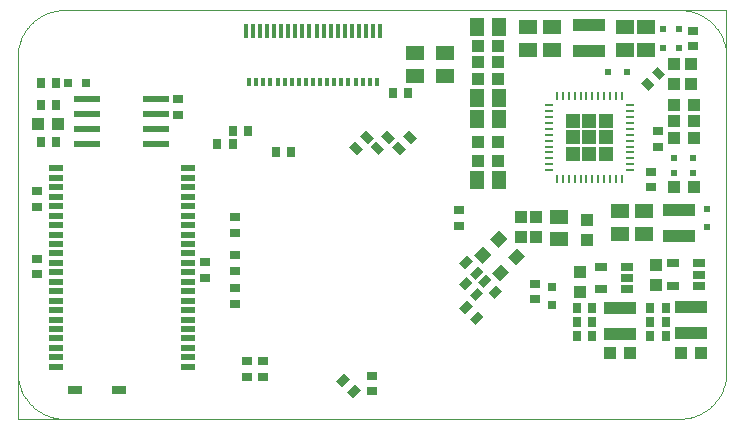
<source format=gtp>
G75*
%MOIN*%
%OFA0B0*%
%FSLAX25Y25*%
%IPPOS*%
%LPD*%
%AMOC8*
5,1,8,0,0,1.08239X$1,22.5*
%
%ADD10C,0.00000*%
%ADD11R,0.04724X0.01969*%
%ADD12R,0.02756X0.03543*%
%ADD13R,0.03543X0.02756*%
%ADD14R,0.04724X0.02756*%
%ADD15R,0.00787X0.03150*%
%ADD16R,0.03150X0.00787*%
%ADD17R,0.04528X0.04528*%
%ADD18R,0.10630X0.03937*%
%ADD19R,0.05906X0.05118*%
%ADD20R,0.02362X0.02362*%
%ADD21R,0.05118X0.05906*%
%ADD22R,0.04331X0.03937*%
%ADD23R,0.03937X0.04331*%
%ADD24R,0.01181X0.04921*%
%ADD25R,0.01181X0.02756*%
%ADD26R,0.08661X0.01969*%
%ADD27R,0.03150X0.03150*%
%ADD28R,0.03937X0.02756*%
D10*
X0006118Y0012146D02*
X0006118Y0026320D01*
X0006118Y0027894D02*
X0006118Y0133406D01*
X0006137Y0133787D01*
X0006166Y0134168D01*
X0006204Y0134547D01*
X0006251Y0134926D01*
X0006308Y0135303D01*
X0006374Y0135679D01*
X0006449Y0136053D01*
X0006533Y0136426D01*
X0006627Y0136796D01*
X0006729Y0137163D01*
X0006841Y0137528D01*
X0006961Y0137890D01*
X0007090Y0138249D01*
X0007228Y0138605D01*
X0007374Y0138957D01*
X0007530Y0139306D01*
X0007693Y0139651D01*
X0007865Y0139991D01*
X0008046Y0140328D01*
X0008234Y0140659D01*
X0008431Y0140986D01*
X0008635Y0141309D01*
X0008848Y0141626D01*
X0009068Y0141937D01*
X0009296Y0142243D01*
X0009531Y0142544D01*
X0009773Y0142839D01*
X0010023Y0143127D01*
X0010280Y0143410D01*
X0010543Y0143686D01*
X0010813Y0143955D01*
X0011090Y0144218D01*
X0011373Y0144474D01*
X0011662Y0144723D01*
X0011957Y0144965D01*
X0012258Y0145199D01*
X0012565Y0145426D01*
X0012877Y0145646D01*
X0013195Y0145858D01*
X0013517Y0146061D01*
X0013845Y0146257D01*
X0014177Y0146445D01*
X0014514Y0146625D01*
X0014854Y0146796D01*
X0015200Y0146959D01*
X0015549Y0147113D01*
X0015901Y0147259D01*
X0016257Y0147396D01*
X0016617Y0147525D01*
X0016979Y0147644D01*
X0017344Y0147755D01*
X0017712Y0147856D01*
X0018082Y0147949D01*
X0018455Y0148032D01*
X0018829Y0148106D01*
X0019205Y0148171D01*
X0019582Y0148227D01*
X0019961Y0148274D01*
X0020341Y0148311D01*
X0020722Y0148339D01*
X0021103Y0148358D01*
X0021484Y0148367D01*
X0021866Y0148367D01*
X0227378Y0148367D01*
X0228165Y0148367D02*
X0242339Y0148367D01*
X0242339Y0134194D01*
X0242339Y0132619D02*
X0242339Y0027107D01*
X0242338Y0027107D02*
X0242319Y0026726D01*
X0242290Y0026345D01*
X0242252Y0025966D01*
X0242205Y0025587D01*
X0242148Y0025210D01*
X0242082Y0024834D01*
X0242007Y0024460D01*
X0241923Y0024087D01*
X0241829Y0023717D01*
X0241727Y0023350D01*
X0241615Y0022985D01*
X0241495Y0022623D01*
X0241366Y0022264D01*
X0241228Y0021908D01*
X0241082Y0021556D01*
X0240926Y0021207D01*
X0240763Y0020862D01*
X0240591Y0020522D01*
X0240410Y0020185D01*
X0240222Y0019854D01*
X0240025Y0019527D01*
X0239821Y0019204D01*
X0239608Y0018887D01*
X0239388Y0018576D01*
X0239160Y0018270D01*
X0238925Y0017969D01*
X0238683Y0017674D01*
X0238433Y0017386D01*
X0238176Y0017103D01*
X0237913Y0016827D01*
X0237643Y0016558D01*
X0237366Y0016295D01*
X0237083Y0016039D01*
X0236794Y0015790D01*
X0236499Y0015548D01*
X0236198Y0015314D01*
X0235891Y0015087D01*
X0235579Y0014867D01*
X0235261Y0014655D01*
X0234939Y0014452D01*
X0234611Y0014256D01*
X0234279Y0014068D01*
X0233942Y0013888D01*
X0233602Y0013717D01*
X0233256Y0013554D01*
X0232907Y0013400D01*
X0232555Y0013254D01*
X0232199Y0013117D01*
X0231839Y0012988D01*
X0231477Y0012869D01*
X0231112Y0012758D01*
X0230744Y0012657D01*
X0230374Y0012564D01*
X0230001Y0012481D01*
X0229627Y0012407D01*
X0229251Y0012342D01*
X0228874Y0012286D01*
X0228495Y0012239D01*
X0228115Y0012202D01*
X0227734Y0012174D01*
X0227353Y0012155D01*
X0226972Y0012146D01*
X0226590Y0012146D01*
X0226591Y0012146D02*
X0021079Y0012146D01*
X0006118Y0012146D01*
X0021079Y0012147D02*
X0020698Y0012166D01*
X0020317Y0012195D01*
X0019938Y0012233D01*
X0019559Y0012280D01*
X0019182Y0012337D01*
X0018806Y0012403D01*
X0018432Y0012478D01*
X0018059Y0012562D01*
X0017689Y0012656D01*
X0017322Y0012758D01*
X0016957Y0012870D01*
X0016595Y0012990D01*
X0016236Y0013119D01*
X0015880Y0013257D01*
X0015528Y0013403D01*
X0015179Y0013559D01*
X0014834Y0013722D01*
X0014494Y0013894D01*
X0014157Y0014075D01*
X0013826Y0014263D01*
X0013499Y0014460D01*
X0013176Y0014664D01*
X0012859Y0014877D01*
X0012548Y0015097D01*
X0012242Y0015325D01*
X0011941Y0015560D01*
X0011646Y0015802D01*
X0011358Y0016052D01*
X0011075Y0016309D01*
X0010799Y0016572D01*
X0010530Y0016842D01*
X0010267Y0017119D01*
X0010011Y0017402D01*
X0009762Y0017691D01*
X0009520Y0017986D01*
X0009286Y0018287D01*
X0009059Y0018594D01*
X0008839Y0018906D01*
X0008627Y0019224D01*
X0008424Y0019546D01*
X0008228Y0019874D01*
X0008040Y0020206D01*
X0007860Y0020543D01*
X0007689Y0020883D01*
X0007526Y0021229D01*
X0007372Y0021578D01*
X0007226Y0021930D01*
X0007089Y0022286D01*
X0006960Y0022646D01*
X0006841Y0023008D01*
X0006730Y0023373D01*
X0006629Y0023741D01*
X0006536Y0024111D01*
X0006453Y0024484D01*
X0006379Y0024858D01*
X0006314Y0025234D01*
X0006258Y0025611D01*
X0006211Y0025990D01*
X0006174Y0026370D01*
X0006146Y0026751D01*
X0006127Y0027132D01*
X0006118Y0027513D01*
X0006118Y0027895D01*
X0227378Y0148367D02*
X0227759Y0148348D01*
X0228140Y0148319D01*
X0228519Y0148281D01*
X0228898Y0148234D01*
X0229275Y0148177D01*
X0229651Y0148111D01*
X0230025Y0148036D01*
X0230398Y0147952D01*
X0230768Y0147858D01*
X0231135Y0147756D01*
X0231500Y0147644D01*
X0231862Y0147524D01*
X0232221Y0147395D01*
X0232577Y0147257D01*
X0232929Y0147111D01*
X0233278Y0146955D01*
X0233623Y0146792D01*
X0233963Y0146620D01*
X0234300Y0146439D01*
X0234631Y0146251D01*
X0234958Y0146054D01*
X0235281Y0145850D01*
X0235598Y0145637D01*
X0235909Y0145417D01*
X0236215Y0145189D01*
X0236516Y0144954D01*
X0236811Y0144712D01*
X0237099Y0144462D01*
X0237382Y0144205D01*
X0237658Y0143942D01*
X0237927Y0143672D01*
X0238190Y0143395D01*
X0238446Y0143112D01*
X0238695Y0142823D01*
X0238937Y0142528D01*
X0239171Y0142227D01*
X0239398Y0141920D01*
X0239618Y0141608D01*
X0239830Y0141290D01*
X0240033Y0140968D01*
X0240229Y0140640D01*
X0240417Y0140308D01*
X0240597Y0139971D01*
X0240768Y0139631D01*
X0240931Y0139285D01*
X0241085Y0138936D01*
X0241231Y0138584D01*
X0241368Y0138228D01*
X0241497Y0137868D01*
X0241616Y0137506D01*
X0241727Y0137141D01*
X0241828Y0136773D01*
X0241921Y0136403D01*
X0242004Y0136030D01*
X0242078Y0135656D01*
X0242143Y0135280D01*
X0242199Y0134903D01*
X0242246Y0134524D01*
X0242283Y0134144D01*
X0242311Y0133763D01*
X0242330Y0133382D01*
X0242339Y0133001D01*
X0242339Y0132619D01*
D11*
X0062811Y0095611D03*
X0062811Y0092461D03*
X0062811Y0089312D03*
X0062811Y0086162D03*
X0062811Y0083012D03*
X0062811Y0079863D03*
X0062811Y0076713D03*
X0062811Y0073564D03*
X0062811Y0070414D03*
X0062811Y0067264D03*
X0062811Y0064115D03*
X0062811Y0060965D03*
X0062811Y0057816D03*
X0062811Y0054666D03*
X0062811Y0051516D03*
X0062811Y0048367D03*
X0062811Y0045217D03*
X0062811Y0042068D03*
X0062811Y0038918D03*
X0062811Y0035768D03*
X0062811Y0032619D03*
X0062811Y0029469D03*
X0018717Y0029469D03*
X0018717Y0032619D03*
X0018717Y0035768D03*
X0018717Y0038918D03*
X0018717Y0042068D03*
X0018717Y0045217D03*
X0018717Y0048367D03*
X0018717Y0051516D03*
X0018717Y0054666D03*
X0018717Y0057816D03*
X0018717Y0060965D03*
X0018717Y0064115D03*
X0018717Y0067264D03*
X0018717Y0070414D03*
X0018717Y0073564D03*
X0018717Y0076713D03*
X0018717Y0079863D03*
X0018717Y0083012D03*
X0018717Y0086162D03*
X0018717Y0089312D03*
X0018717Y0092461D03*
X0018717Y0095611D03*
D12*
X0018913Y0104272D03*
X0013795Y0104272D03*
X0013795Y0116871D03*
X0018913Y0116871D03*
X0018913Y0123957D03*
X0013795Y0123957D03*
X0072654Y0103682D03*
X0077772Y0103682D03*
X0077772Y0108012D03*
X0082890Y0108012D03*
X0092142Y0101123D03*
X0097260Y0101123D03*
G36*
X0121102Y0102186D02*
X0119153Y0100237D01*
X0116650Y0102740D01*
X0118599Y0104689D01*
X0121102Y0102186D01*
G37*
G36*
X0124721Y0105805D02*
X0122772Y0103856D01*
X0120269Y0106359D01*
X0122218Y0108308D01*
X0124721Y0105805D01*
G37*
G36*
X0128188Y0102186D02*
X0126239Y0100237D01*
X0123736Y0102740D01*
X0125685Y0104689D01*
X0128188Y0102186D01*
G37*
G36*
X0131807Y0105805D02*
X0129858Y0103856D01*
X0127355Y0106359D01*
X0129304Y0108308D01*
X0131807Y0105805D01*
G37*
G36*
X0135472Y0102186D02*
X0133523Y0100237D01*
X0131020Y0102740D01*
X0132969Y0104689D01*
X0135472Y0102186D01*
G37*
G36*
X0139091Y0105805D02*
X0137142Y0103856D01*
X0134639Y0106359D01*
X0136588Y0108308D01*
X0139091Y0105805D01*
G37*
X0136236Y0120808D03*
X0131118Y0120808D03*
G36*
X0213894Y0124000D02*
X0215843Y0125949D01*
X0218346Y0123446D01*
X0216397Y0121497D01*
X0213894Y0124000D01*
G37*
G36*
X0217513Y0127619D02*
X0219462Y0129568D01*
X0221965Y0127065D01*
X0220016Y0125116D01*
X0217513Y0127619D01*
G37*
G36*
X0155213Y0062124D02*
X0153264Y0064073D01*
X0155767Y0066576D01*
X0157716Y0064627D01*
X0155213Y0062124D01*
G37*
G36*
X0158832Y0058504D02*
X0156883Y0060453D01*
X0159386Y0062956D01*
X0161335Y0061007D01*
X0158832Y0058504D01*
G37*
G36*
X0162066Y0060276D02*
X0164015Y0058327D01*
X0161512Y0055824D01*
X0159563Y0057773D01*
X0162066Y0060276D01*
G37*
G36*
X0155213Y0055037D02*
X0153264Y0056986D01*
X0155767Y0059489D01*
X0157716Y0057540D01*
X0155213Y0055037D01*
G37*
G36*
X0158832Y0051418D02*
X0156883Y0053367D01*
X0159386Y0055870D01*
X0161335Y0053921D01*
X0158832Y0051418D01*
G37*
G36*
X0155213Y0047163D02*
X0153264Y0049112D01*
X0155767Y0051615D01*
X0157716Y0049666D01*
X0155213Y0047163D01*
G37*
G36*
X0158832Y0043544D02*
X0156883Y0045493D01*
X0159386Y0047996D01*
X0161335Y0046047D01*
X0158832Y0043544D01*
G37*
G36*
X0165685Y0056657D02*
X0167634Y0054708D01*
X0165131Y0052205D01*
X0163182Y0054154D01*
X0165685Y0056657D01*
G37*
X0192535Y0049154D03*
X0197654Y0049154D03*
X0197654Y0044430D03*
X0192535Y0044430D03*
X0192535Y0039705D03*
X0197654Y0039705D03*
X0216945Y0039705D03*
X0222063Y0039705D03*
X0222063Y0044430D03*
X0216945Y0044430D03*
X0216945Y0049154D03*
X0222063Y0049154D03*
G36*
X0117887Y0019134D02*
X0115938Y0021083D01*
X0118441Y0023586D01*
X0120390Y0021637D01*
X0117887Y0019134D01*
G37*
G36*
X0114268Y0022753D02*
X0112319Y0024702D01*
X0114822Y0027205D01*
X0116771Y0025256D01*
X0114268Y0022753D01*
G37*
D13*
X0124228Y0021398D03*
X0124228Y0026516D03*
X0088008Y0026123D03*
X0088008Y0031241D03*
X0082496Y0031241D03*
X0082496Y0026123D03*
X0078559Y0050532D03*
X0078559Y0055650D03*
X0078559Y0061556D03*
X0078559Y0066674D03*
X0068520Y0064312D03*
X0068520Y0059194D03*
X0078559Y0074154D03*
X0078559Y0079272D03*
X0059661Y0113524D03*
X0059661Y0118642D03*
X0012417Y0087934D03*
X0012417Y0082816D03*
X0012417Y0065493D03*
X0012417Y0060375D03*
X0153362Y0076516D03*
X0153362Y0081634D03*
X0178559Y0057225D03*
X0178559Y0052107D03*
X0217142Y0089312D03*
X0217142Y0094430D03*
X0219701Y0102894D03*
X0219701Y0108012D03*
X0231315Y0136359D03*
X0231315Y0141477D03*
D14*
X0039780Y0021595D03*
X0025213Y0021595D03*
D15*
X0185843Y0092068D03*
X0187811Y0092068D03*
X0189780Y0092068D03*
X0191748Y0092068D03*
X0193717Y0092068D03*
X0195685Y0092068D03*
X0197654Y0092068D03*
X0199622Y0092068D03*
X0201591Y0092068D03*
X0203559Y0092068D03*
X0205528Y0092068D03*
X0207496Y0092068D03*
X0207496Y0119627D03*
X0205528Y0119627D03*
X0203559Y0119627D03*
X0201591Y0119627D03*
X0199622Y0119627D03*
X0197654Y0119627D03*
X0195685Y0119627D03*
X0193717Y0119627D03*
X0191748Y0119627D03*
X0189780Y0119627D03*
X0187811Y0119627D03*
X0185843Y0119627D03*
D16*
X0183087Y0116674D03*
X0183087Y0114705D03*
X0183087Y0112737D03*
X0183087Y0110768D03*
X0183087Y0108800D03*
X0183087Y0106831D03*
X0183087Y0104863D03*
X0183087Y0102894D03*
X0183087Y0100926D03*
X0183087Y0098957D03*
X0183087Y0096989D03*
X0183087Y0095020D03*
X0210252Y0095020D03*
X0210252Y0096989D03*
X0210252Y0098957D03*
X0210252Y0100926D03*
X0210252Y0102894D03*
X0210252Y0104863D03*
X0210252Y0106831D03*
X0210252Y0108800D03*
X0210252Y0110768D03*
X0210252Y0112737D03*
X0210252Y0114705D03*
X0210252Y0116674D03*
D17*
X0202083Y0111457D03*
X0196571Y0111457D03*
X0191059Y0111457D03*
X0191059Y0105946D03*
X0196571Y0105946D03*
X0202083Y0105946D03*
X0202083Y0100434D03*
X0196571Y0100434D03*
X0191059Y0100434D03*
D18*
X0226591Y0081831D03*
X0226591Y0073170D03*
X0230528Y0049548D03*
X0230528Y0040886D03*
X0206906Y0040493D03*
X0206906Y0049154D03*
X0196669Y0134587D03*
X0196669Y0143249D03*
D19*
X0208480Y0142658D03*
X0215567Y0142658D03*
X0215567Y0135178D03*
X0208480Y0135178D03*
X0184071Y0135178D03*
X0176197Y0135178D03*
X0176197Y0142658D03*
X0184071Y0142658D03*
X0148638Y0133997D03*
X0138402Y0133997D03*
X0138402Y0126516D03*
X0148638Y0126516D03*
X0206906Y0081241D03*
X0214780Y0081241D03*
X0214780Y0073760D03*
X0206906Y0073760D03*
X0186433Y0071989D03*
X0186433Y0079469D03*
D20*
X0225016Y0094036D03*
X0231315Y0094036D03*
X0231315Y0099154D03*
X0225016Y0099154D03*
X0236039Y0082225D03*
X0236039Y0075926D03*
X0209268Y0127894D03*
X0202969Y0127894D03*
X0221276Y0135768D03*
X0226591Y0135768D03*
X0226591Y0142068D03*
X0221276Y0142068D03*
D21*
X0166551Y0142855D03*
X0159071Y0142855D03*
X0159071Y0119233D03*
X0166551Y0119233D03*
X0166551Y0112146D03*
X0159071Y0112146D03*
X0159071Y0091674D03*
X0166551Y0091674D03*
D22*
X0166157Y0104272D03*
X0159465Y0104272D03*
X0159465Y0125532D03*
X0166157Y0125532D03*
X0225016Y0123760D03*
X0230528Y0123760D03*
X0230528Y0130453D03*
X0225016Y0130453D03*
X0195882Y0078485D03*
X0195882Y0071792D03*
X0178953Y0072579D03*
X0178953Y0079272D03*
X0203559Y0034194D03*
X0210252Y0034194D03*
X0227181Y0034194D03*
X0233874Y0034194D03*
D23*
X0218717Y0056831D03*
X0218717Y0063524D03*
X0193520Y0061162D03*
X0193520Y0054469D03*
G36*
X0172177Y0063277D02*
X0169394Y0066060D01*
X0172455Y0069121D01*
X0175238Y0066338D01*
X0172177Y0063277D01*
G37*
G36*
X0167165Y0063831D02*
X0169948Y0061048D01*
X0166887Y0057987D01*
X0164104Y0060770D01*
X0167165Y0063831D01*
G37*
G36*
X0161319Y0069677D02*
X0164102Y0066894D01*
X0161041Y0063833D01*
X0158258Y0066616D01*
X0161319Y0069677D01*
G37*
G36*
X0166331Y0069123D02*
X0163548Y0071906D01*
X0166609Y0074967D01*
X0169392Y0072184D01*
X0166331Y0069123D01*
G37*
X0173835Y0072579D03*
X0173835Y0079272D03*
X0166157Y0097973D03*
X0159465Y0097973D03*
X0159465Y0131044D03*
X0166157Y0131044D03*
X0166157Y0136556D03*
X0159465Y0136556D03*
X0224819Y0116871D03*
X0231512Y0116871D03*
X0231512Y0111359D03*
X0231512Y0105847D03*
X0224819Y0105847D03*
X0224819Y0111359D03*
X0224819Y0089312D03*
X0231512Y0089312D03*
X0019701Y0110571D03*
X0013008Y0110571D03*
D24*
X0082102Y0141477D03*
X0084465Y0141477D03*
X0086827Y0141477D03*
X0089189Y0141477D03*
X0091551Y0141477D03*
X0093913Y0141477D03*
X0096276Y0141477D03*
X0098638Y0141477D03*
X0101000Y0141477D03*
X0103362Y0141477D03*
X0105724Y0141477D03*
X0108087Y0141477D03*
X0110449Y0141477D03*
X0112811Y0141477D03*
X0115173Y0141477D03*
X0117535Y0141477D03*
X0119898Y0141477D03*
X0122260Y0141477D03*
X0124622Y0141477D03*
X0126984Y0141477D03*
D25*
X0125803Y0124548D03*
X0123441Y0124548D03*
X0121079Y0124548D03*
X0118717Y0124548D03*
X0116354Y0124548D03*
X0113992Y0124548D03*
X0111630Y0124548D03*
X0109268Y0124548D03*
X0106906Y0124548D03*
X0104543Y0124548D03*
X0102181Y0124548D03*
X0099819Y0124548D03*
X0097457Y0124548D03*
X0095094Y0124548D03*
X0092732Y0124548D03*
X0090370Y0124548D03*
X0088008Y0124548D03*
X0085646Y0124548D03*
X0083283Y0124548D03*
D26*
X0052181Y0118859D03*
X0052181Y0113859D03*
X0052181Y0108859D03*
X0052181Y0103859D03*
X0029346Y0103898D03*
X0029346Y0108898D03*
X0029346Y0113898D03*
X0029346Y0118859D03*
D27*
X0028756Y0123957D03*
X0022850Y0123957D03*
X0184071Y0056044D03*
X0184071Y0050138D03*
D28*
X0200409Y0055257D03*
X0200409Y0062737D03*
X0209071Y0062737D03*
X0209071Y0058997D03*
X0209071Y0055257D03*
X0224622Y0056438D03*
X0233283Y0056438D03*
X0233283Y0060178D03*
X0233283Y0063918D03*
X0224622Y0063918D03*
M02*

</source>
